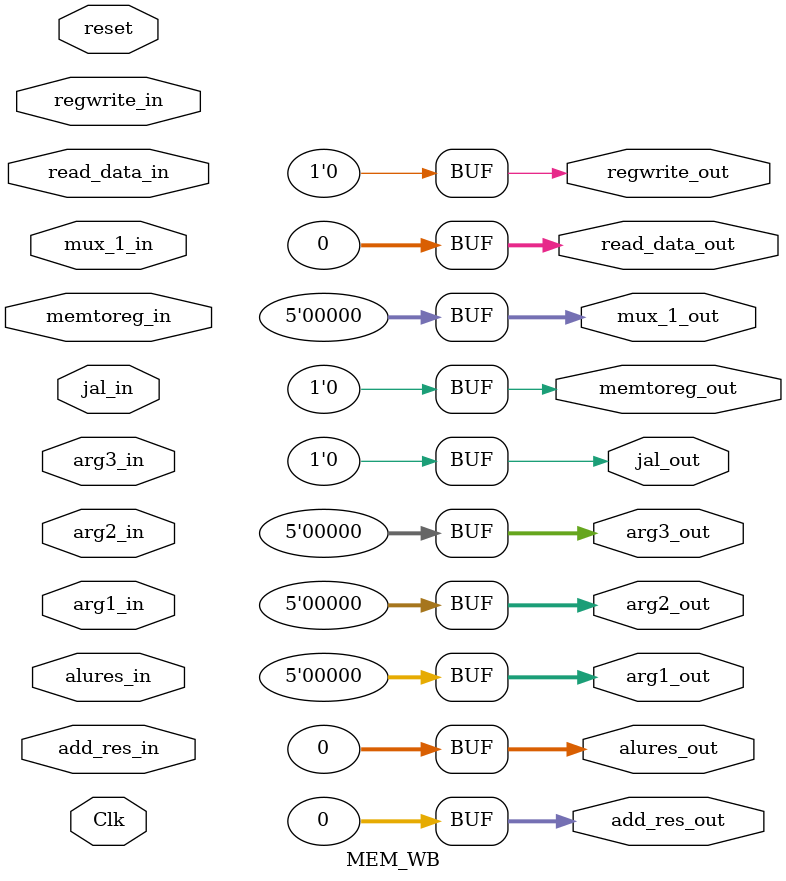
<source format=v>
`timescale 1ns / 1ps


module MEM_WB(
    input Clk,
    input reset,
    
    input [31:0] read_data_in,
    input [31:0] alures_in,
    input memtoreg_in,
    input regwrite_in,
    input [4:0] arg1_in,
    input [4:0] arg2_in,
    input [4:0] arg3_in,
    input [4:0] mux_1_in,
    input jal_in,
    input [31:0] add_res_in,
    
    output reg memtoreg_out,
    output reg regwrite_out,
    output reg [31:0] read_data_out,
    output reg [31:0] alures_out,
    output reg [4:0] arg1_out,
    output reg [4:0] arg2_out,
    output reg [4:0] arg3_out,
    output reg [4:0] mux_1_out,
    output reg jal_out,
    output reg [31:0] add_res_out
    
    );
    always @ (posedge Clk) 
    begin
        memtoreg_out=memtoreg_in;
        regwrite_out=regwrite_in;
        read_data_out=read_data_in;
        alures_out=alures_in;
        arg1_out=arg1_in;
        arg2_out=arg2_in;
        arg3_out=arg3_in;
        mux_1_out=mux_1_in;
        jal_out=jal_in;
        add_res_out=add_res_in;
    end
    always @(reset)
    begin 
        memtoreg_out=0;
        regwrite_out=0;
        read_data_out=0;
        alures_out=0;
        arg1_out=0;
        arg2_out=0;
        arg3_out=0;
        mux_1_out=0;
        jal_out=0;
        add_res_out=0;
    end
        
endmodule

</source>
